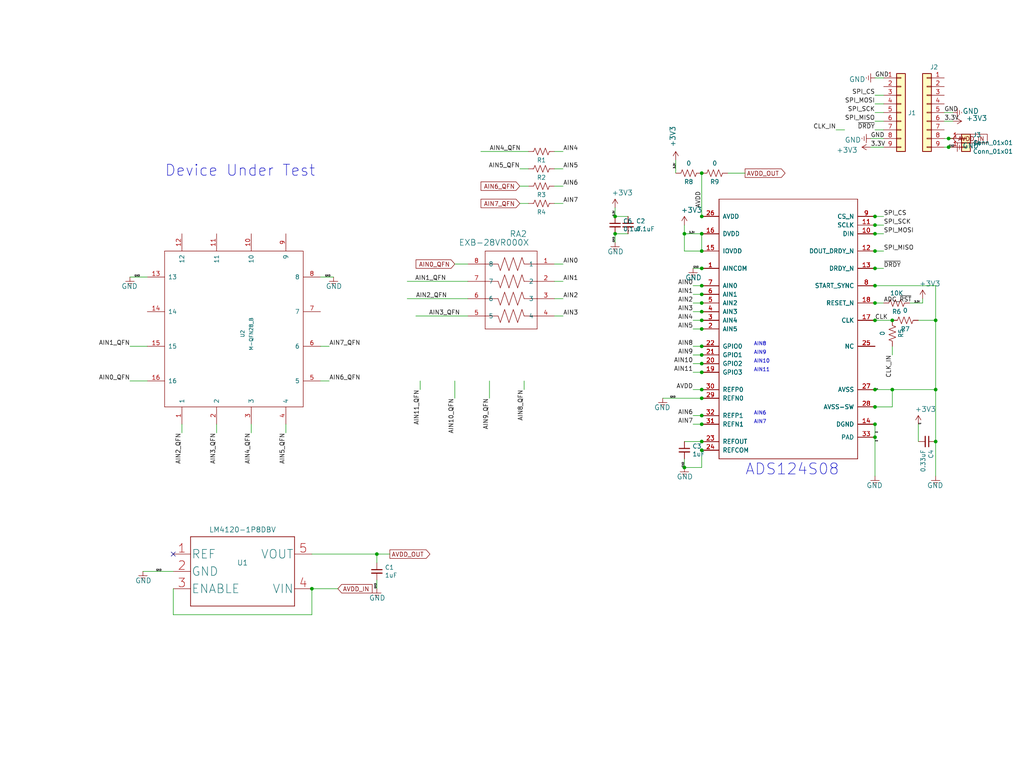
<source format=kicad_sch>
(kicad_sch (version 20230121) (generator eeschema)
  (paper "User" 300.253 224.688)
  (lib_symbols
    (symbol "Connector_Generic:Conn_01x01" (pin_names (offset 1.016) hide)
      (property "Reference" "J" (at 0 2.54 0))
      (property "Value" "Conn_01x01" (at 0 -2.54 0))
      (symbol "Conn_01x01_1_1"
        (rectangle (start -1.27 0.127) (end 0 -0.127) (stroke (width 0.1524)))
        (rectangle (start -1.27 1.27) (end 1.27 -1.27) (stroke (width 0.254)) (fill (type background)))
        (pin passive line (at -5.08 0 0) (length 3.81) (name "Pin_1") (number "1"))
      )
    )
    (symbol "Connector_Generic:Conn_01x09" (pin_names (offset 1.016) hide)
      (property "Reference" "J" (at 0 12.7 0))
      (property "Value" "Conn_01x09" (at 0 -12.7 0))
      (symbol "Conn_01x09_1_1"
        (rectangle (start -1.27 -10.033) (end 0 -10.287) (stroke (width 0.1524)))
        (rectangle (start -1.27 -7.493) (end 0 -7.747) (stroke (width 0.1524)))
        (rectangle (start -1.27 -4.953) (end 0 -5.207) (stroke (width 0.1524)))
        (rectangle (start -1.27 -2.413) (end 0 -2.667) (stroke (width 0.1524)))
        (rectangle (start -1.27 0.127) (end 0 -0.127) (stroke (width 0.1524)))
        (rectangle (start -1.27 2.667) (end 0 2.413) (stroke (width 0.1524)))
        (rectangle (start -1.27 5.207) (end 0 4.953) (stroke (width 0.1524)))
        (rectangle (start -1.27 7.747) (end 0 7.493) (stroke (width 0.1524)))
        (rectangle (start -1.27 10.287) (end 0 10.033) (stroke (width 0.1524)))
        (rectangle (start -1.27 11.43) (end 1.27 -11.43) (stroke (width 0.254)) (fill (type background)))
        (pin passive line (at -5.08 10.16 0) (length 3.81) (name "Pin_1") (number "1"))
        (pin passive line (at -5.08 7.62 0) (length 3.81) (name "Pin_2") (number "2"))
        (pin passive line (at -5.08 5.08 0) (length 3.81) (name "Pin_3") (number "3"))
        (pin passive line (at -5.08 2.54 0) (length 3.81) (name "Pin_4") (number "4"))
        (pin passive line (at -5.08 0 0) (length 3.81) (name "Pin_5") (number "5"))
        (pin passive line (at -5.08 -2.54 0) (length 3.81) (name "Pin_6") (number "6"))
        (pin passive line (at -5.08 -5.08 0) (length 3.81) (name "Pin_7") (number "7"))
        (pin passive line (at -5.08 -7.62 0) (length 3.81) (name "Pin_8") (number "8"))
        (pin passive line (at -5.08 -10.16 0) (length 3.81) (name "Pin_9") (number "9"))
      )
    )
    (symbol "Device:C_Small" (pin_numbers hide) (pin_names (offset 0.254) hide)
      (property "Reference" "C" (at 0.254 1.778 0))
      (property "Value" "C_Small" (at 0.254 -2.032 0))
      (symbol "C_Small_0_1"
        (polyline (pts (xy -1.524 -0.508) (xy 1.524 -0.508)) (stroke (width 0.3302)))
        (polyline (pts (xy -1.524 0.508) (xy 1.524 0.508)) (stroke (width 0.3048)))
      )
      (symbol "C_Small_1_1"
        (pin passive line (at 0 2.54 270) (length 2.032) (name "~") (number "1"))
        (pin passive line (at 0 -2.54 90) (length 2.032) (name "~") (number "2"))
      )
    )
    (symbol "Device:R_US" (pin_numbers hide) (pin_names (offset 0))
      (property "Reference" "R" (at 2.54 0 90))
      (property "Value" "R_US" (at -2.54 0 90))
      (symbol "R_US_0_1"
        (polyline (pts (xy 0 -2.286) (xy 0 -2.54)))
        (polyline (pts (xy 0 2.286) (xy 0 2.54)))
        (polyline (pts (xy 0 -0.762) (xy 1.016 -1.143) (xy 0 -1.524) (xy -1.016 -1.905) (xy 0 -2.286)))
        (polyline (pts (xy 0 0.762) (xy 1.016 0.381) (xy 0 0) (xy -1.016 -0.381) (xy 0 -0.762)))
        (polyline (pts (xy 0 2.286) (xy 1.016 1.905) (xy 0 1.524) (xy -1.016 1.143) (xy 0 0.762)))
      )
      (symbol "R_US_1_1"
        (pin passive line (at 0 3.81 270) (length 1.27) (name "~") (number "1"))
        (pin passive line (at 0 -3.81 90) (length 1.27) (name "~") (number "2"))
      )
    )
    (symbol "XTB-rescue:ADS124S06IRHBR-symbols" (pin_names (offset 1.016))
      (symbol "ADS124S06IRHBR-symbols_1_0"
        (polyline (pts (xy -20.32 -38.1) (xy 20.32 -38.1)))
        (polyline (pts (xy -20.32 38.1) (xy -20.32 -38.1)))
        (polyline (pts (xy 20.32 -38.1) (xy 20.32 38.1)))
        (polyline (pts (xy 20.32 38.1) (xy -20.32 38.1)))
        (pin input line (at -25.4 17.78 0) (length 5.08) (name "AINCOM") (number "1"))
        (pin input line (at 25.4 27.94 180) (length 5.08) (name "DIN") (number "10"))
        (pin input line (at 25.4 30.48 180) (length 5.08) (name "SCLK") (number "11"))
        (pin output line (at 25.4 22.86 180) (length 5.08) (name "DOUT_DRDY_N") (number "12"))
        (pin output line (at 25.4 17.78 180) (length 5.08) (name "DRDY_N") (number "13"))
        (pin power_in line (at 25.4 -27.94 180) (length 5.08) (name "DGND") (number "14"))
        (pin power_in line (at -25.4 22.86 0) (length 5.08) (name "IOVDD") (number "15"))
        (pin power_in line (at -25.4 27.94 0) (length 5.08) (name "DVDD") (number "16"))
        (pin input line (at 25.4 2.54 180) (length 5.08) (name "CLK") (number "17"))
        (pin input line (at 25.4 7.62 180) (length 5.08) (name "RESET_N") (number "18"))
        (pin unspecified line (at -25.4 -12.7 0) (length 5.08) (name "GPIO3") (number "19"))
        (pin input line (at -25.4 0 0) (length 5.08) (name "AIN5") (number "2"))
        (pin unspecified line (at -25.4 -10.16 0) (length 5.08) (name "GPIO2") (number "20"))
        (pin unspecified line (at -25.4 -7.62 0) (length 5.08) (name "GPIO1") (number "21"))
        (pin unspecified line (at -25.4 -5.08 0) (length 5.08) (name "GPIO0") (number "22"))
        (pin output line (at -25.4 -33.02 0) (length 5.08) (name "REFOUT") (number "23"))
        (pin output line (at -25.4 -35.56 0) (length 5.08) (name "REFCOM") (number "24"))
        (pin passive line (at 25.4 -5.08 180) (length 5.08) (name "NC") (number "25"))
        (pin power_in line (at -25.4 33.02 0) (length 5.08) (name "AVDD") (number "26"))
        (pin power_in line (at 25.4 -17.78 180) (length 5.08) (name "AVSS") (number "27"))
        (pin power_in line (at 25.4 -22.86 180) (length 5.08) (name "AVSS-SW") (number "28"))
        (pin input line (at -25.4 -20.32 0) (length 5.08) (name "REFN0") (number "29"))
        (pin input line (at -25.4 2.54 0) (length 5.08) (name "AIN4") (number "3"))
        (pin input line (at -25.4 -17.78 0) (length 5.08) (name "REFP0") (number "30"))
        (pin input line (at -25.4 -27.94 0) (length 5.08) (name "REFN1") (number "31"))
        (pin input line (at -25.4 -25.4 0) (length 5.08) (name "REFP1") (number "32"))
        (pin input line (at -25.4 5.08 0) (length 5.08) (name "AIN3") (number "4"))
        (pin input line (at -25.4 7.62 0) (length 5.08) (name "AIN2") (number "5"))
        (pin input line (at -25.4 10.16 0) (length 5.08) (name "AIN1") (number "6"))
        (pin input line (at -25.4 12.7 0) (length 5.08) (name "AIN0") (number "7"))
        (pin input line (at 25.4 12.7 180) (length 5.08) (name "START_SYNC") (number "8"))
        (pin input line (at 25.4 33.02 180) (length 5.08) (name "CS_N") (number "9"))
      )
      (symbol "ADS124S06IRHBR-symbols_1_1"
        (pin power_in line (at 25.4 -31.75 180) (length 5.1054) (name "PAD") (number "33"))
      )
    )
    (symbol "XTB-rescue:ADS124S06IRHBR_nopad-symbols" (pin_names (offset 1.016))
      (symbol "ADS124S06IRHBR_nopad-symbols_1_0"
        (polyline (pts (xy -20.32 -38.1) (xy 20.32 -38.1)))
        (polyline (pts (xy -20.32 38.1) (xy -20.32 -38.1)))
        (polyline (pts (xy 20.32 -38.1) (xy 20.32 38.1)))
        (polyline (pts (xy 20.32 38.1) (xy -20.32 38.1)))
        (pin input line (at -25.4 17.78 0) (length 5.08) (name "AINCOM") (number "1"))
        (pin input line (at 25.4 27.94 180) (length 5.08) (name "DIN") (number "10"))
        (pin input line (at 25.4 30.48 180) (length 5.08) (name "SCLK") (number "11"))
        (pin output line (at 25.4 22.86 180) (length 5.08) (name "DOUT_DRDY_N") (number "12"))
        (pin output line (at 25.4 17.78 180) (length 5.08) (name "DRDY_N") (number "13"))
        (pin power_in line (at 25.4 -27.94 180) (length 5.08) (name "DGND") (number "14"))
        (pin power_in line (at -25.4 22.86 0) (length 5.08) (name "IOVDD") (number "15"))
        (pin power_in line (at -25.4 27.94 0) (length 5.08) (name "DVDD") (number "16"))
        (pin input line (at 25.4 2.54 180) (length 5.08) (name "CLK") (number "17"))
        (pin input line (at 25.4 7.62 180) (length 5.08) (name "RESET_N") (number "18"))
        (pin unspecified line (at -25.4 -12.7 0) (length 5.08) (name "GPIO3") (number "19"))
        (pin input line (at -25.4 0 0) (length 5.08) (name "AIN5") (number "2"))
        (pin unspecified line (at -25.4 -10.16 0) (length 5.08) (name "GPIO2") (number "20"))
        (pin unspecified line (at -25.4 -7.62 0) (length 5.08) (name "GPIO1") (number "21"))
        (pin unspecified line (at -25.4 -5.08 0) (length 5.08) (name "GPIO0") (number "22"))
        (pin output line (at -25.4 -33.02 0) (length 5.08) (name "REFOUT") (number "23"))
        (pin output line (at -25.4 -35.56 0) (length 5.08) (name "REFCOM") (number "24"))
        (pin passive line (at 25.4 -5.08 180) (length 5.08) (name "NC") (number "25"))
        (pin power_in line (at -25.4 33.02 0) (length 5.08) (name "AVDD") (number "26"))
        (pin power_in line (at 25.4 -17.78 180) (length 5.08) (name "AVSS") (number "27"))
        (pin power_in line (at 25.4 -22.86 180) (length 5.08) (name "AVSS-SW") (number "28"))
        (pin input line (at -25.4 -20.32 0) (length 5.08) (name "REFN0") (number "29"))
        (pin input line (at -25.4 2.54 0) (length 5.08) (name "AIN4") (number "3"))
        (pin input line (at -25.4 -17.78 0) (length 5.08) (name "REFP0") (number "30"))
        (pin input line (at -25.4 -27.94 0) (length 5.08) (name "REFN1") (number "31"))
        (pin input line (at -25.4 -25.4 0) (length 5.08) (name "REFP1") (number "32"))
        (pin input line (at -25.4 5.08 0) (length 5.08) (name "AIN3") (number "4"))
        (pin input line (at -25.4 7.62 0) (length 5.08) (name "AIN2") (number "5"))
        (pin input line (at -25.4 10.16 0) (length 5.08) (name "AIN1") (number "6"))
        (pin input line (at -25.4 12.7 0) (length 5.08) (name "AIN0") (number "7"))
        (pin input line (at 25.4 12.7 180) (length 5.08) (name "START_SYNC") (number "8"))
        (pin input line (at 25.4 33.02 180) (length 5.08) (name "CS_N") (number "9"))
      )
    )
    (symbol "XTB-rescue:EXB-28VR000X-symbols" (pin_names (offset 1.016))
      (property "Reference" "RA" (at -4.7244 10.3886 0))
      (property "Value" "symbols_EXB-28VR000X" (at -5.3594 7.8486 0))
      (symbol "EXB-28VR000X-symbols_1_0"
        (polyline (pts (xy -7.62 -16.51) (xy 7.62 -16.51)))
        (polyline (pts (xy -7.62 -12.7) (xy -7.62 -16.51)))
        (polyline (pts (xy -7.62 -7.62) (xy -7.62 -12.7)))
        (polyline (pts (xy -7.62 -2.54) (xy -7.62 -7.62)))
        (polyline (pts (xy -7.62 2.54) (xy -7.62 -2.54)))
        (polyline (pts (xy -7.62 6.35) (xy -7.62 2.54)))
        (polyline (pts (xy -3.81 -12.7) (xy -7.62 -12.7)))
        (polyline (pts (xy -3.81 -12.7) (xy -3.175 -10.795)))
        (polyline (pts (xy -3.81 -7.62) (xy -7.62 -7.62)))
        (polyline (pts (xy -3.81 -7.62) (xy -3.175 -5.715)))
        (polyline (pts (xy -3.81 -2.54) (xy -7.62 -2.54)))
        (polyline (pts (xy -3.81 -2.54) (xy -3.175 -0.635)))
        (polyline (pts (xy -3.81 2.54) (xy -7.62 2.54)))
        (polyline (pts (xy -3.81 2.54) (xy -3.175 4.445)))
        (polyline (pts (xy -3.175 -10.795) (xy -1.905 -14.605)))
        (polyline (pts (xy -3.175 -5.715) (xy -1.905 -9.525)))
        (polyline (pts (xy -3.175 -0.635) (xy -1.905 -4.445)))
        (polyline (pts (xy -3.175 4.445) (xy -1.905 0.635)))
        (polyline (pts (xy -1.905 -14.605) (xy -0.635 -10.795)))
        (polyline (pts (xy -1.905 -9.525) (xy -0.635 -5.715)))
        (polyline (pts (xy -1.905 -4.445) (xy -0.635 -0.635)))
        (polyline (pts (xy -1.905 0.635) (xy -0.635 4.445)))
        (polyline (pts (xy -0.635 -10.795) (xy 0.635 -14.605)))
        (polyline (pts (xy -0.635 -5.715) (xy 0.635 -9.525)))
        (polyline (pts (xy -0.635 -0.635) (xy 0.635 -4.445)))
        (polyline (pts (xy -0.635 4.445) (xy 0.635 0.635)))
        (polyline (pts (xy 0.635 -14.605) (xy 1.905 -10.795)))
        (polyline (pts (xy 0.635 -9.525) (xy 1.905 -5.715)))
        (polyline (pts (xy 0.635 -4.445) (xy 1.905 -0.635)))
        (polyline (pts (xy 0.635 0.635) (xy 1.905 4.445)))
        (polyline (pts (xy 1.905 -10.795) (xy 3.175 -14.605)))
        (polyline (pts (xy 1.905 -5.715) (xy 3.175 -9.525)))
        (polyline (pts (xy 1.905 -0.635) (xy 3.175 -4.445)))
        (polyline (pts (xy 1.905 4.445) (xy 3.175 0.635)))
        (polyline (pts (xy 3.175 -14.605) (xy 3.81 -12.7)))
        (polyline (pts (xy 3.175 -9.525) (xy 3.81 -7.62)))
        (polyline (pts (xy 3.175 -4.445) (xy 3.81 -2.54)))
        (polyline (pts (xy 3.175 0.635) (xy 3.81 2.54)))
        (polyline (pts (xy 3.81 -12.7) (xy 7.62 -12.7)))
        (polyline (pts (xy 3.81 -7.62) (xy 7.62 -7.62)))
        (polyline (pts (xy 3.81 -2.54) (xy 7.62 -2.54)))
        (polyline (pts (xy 3.81 2.54) (xy 7.62 2.54)))
        (polyline (pts (xy 7.62 -16.51) (xy 7.62 -12.7)))
        (polyline (pts (xy 7.62 -12.7) (xy 7.62 -7.62)))
        (polyline (pts (xy 7.62 -7.62) (xy 7.62 -2.54)))
        (polyline (pts (xy 7.62 -2.54) (xy 7.62 2.54)))
        (polyline (pts (xy 7.62 2.54) (xy 7.62 6.35)))
        (polyline (pts (xy 7.62 6.35) (xy -7.62 6.35)))
        (pin passive line (at -12.7 2.54 0) (length 5.08) (name "1") (number "1"))
        (pin passive line (at -12.7 -2.54 0) (length 5.08) (name "2") (number "2"))
        (pin passive line (at -12.7 -7.62 0) (length 5.08) (name "3") (number "3"))
        (pin passive line (at -12.7 -12.7 0) (length 5.08) (name "4") (number "4"))
        (pin passive line (at 12.7 -12.7 180) (length 5.08) (name "5") (number "5"))
        (pin passive line (at 12.7 -7.62 180) (length 5.08) (name "6") (number "6"))
        (pin passive line (at 12.7 -2.54 180) (length 5.08) (name "7") (number "7"))
        (pin passive line (at 12.7 2.54 180) (length 5.08) (name "8") (number "8"))
      )
    )
    (symbol "XTB-rescue:GND-symbols" (power) (pin_numbers hide) (pin_names (offset 0))
      (property "Value" "GND-symbols" (at 0 -5.08 0))
      (symbol "GND-symbols_0_1"
        (polyline (pts (xy -0.635 -1.905) (xy 0.635 -1.905)))
        (polyline (pts (xy -0.127 -2.54) (xy 0.127 -2.54)))
        (polyline (pts (xy 0 -1.27) (xy 0 0)))
        (polyline (pts (xy 1.27 -1.27) (xy -1.27 -1.27)))
      )
      (symbol "GND-symbols_1_1"
        (pin power_in line (at 0 0 270) (length 0) hide (name "GND") (number "1"))
      )
    )
    (symbol "XTB-rescue:LM4120-1P8DBV-LM4120-XTB-rescue-XTB-rescue" (pin_names (offset 0.254))
      (property "Reference" "U" (at 0 2.54 0))
      (property "Value" "XTB-rescue_LM4120-1P8DBV-LM4120-XTB-rescue" (at 0 0 0))
      (symbol "LM4120-1P8DBV-LM4120-XTB-rescue-XTB-rescue_0_0"
        (polyline (pts (xy -15.24 -10.16) (xy 15.24 -10.16)) (stroke (width 0.2032)))
        (polyline (pts (xy -15.24 10.16) (xy -15.24 -10.16)) (stroke (width 0.2032)))
        (polyline (pts (xy 15.24 -10.16) (xy 15.24 10.16)) (stroke (width 0.2032)))
        (polyline (pts (xy 15.24 10.16) (xy -15.24 10.16)) (stroke (width 0.2032)))
      )
      (symbol "LM4120-1P8DBV-LM4120-XTB-rescue-XTB-rescue_1_0"
        (pin unspecified line (at -20.32 5.08 0) (length 5.08) (name "REF") (number "1"))
        (pin unspecified line (at -20.32 0 0) (length 5.08) (name "GND") (number "2"))
        (pin unspecified line (at -20.32 -5.08 0) (length 5.08) (name "ENABLE") (number "3"))
        (pin unspecified line (at 20.32 -5.08 180) (length 5.08) (name "VIN") (number "4"))
        (pin unspecified line (at 20.32 5.08 180) (length 5.08) (name "VOUT") (number "5"))
      )
    )
    (symbol "XTB-rescue:M-QFN28_C-symbols" (pin_names (offset 1.016))
      (property "Reference" "U" (at -7.62 5.08 0))
      (property "Value" "symbols_M-QFN28_C" (at -7.62 -12.7 0))
      (symbol "M-QFN28_C-symbols_1_0"
        (polyline (pts (xy -25.4 -22.86) (xy 20.32 -22.86)))
        (polyline (pts (xy -25.4 17.78) (xy -25.4 -22.86)))
        (polyline (pts (xy 20.32 -22.86) (xy 20.32 17.78)))
        (polyline (pts (xy 20.32 17.78) (xy -25.4 17.78)))
        (pin unspecified line (at -30.48 12.7 0) (length 5.08) (name "1") (number "1"))
        (pin unspecified line (at 25.4 -7.62 180) (length 5.08) (name "10") (number "10"))
        (pin unspecified line (at 25.4 2.54 180) (length 5.08) (name "11") (number "11"))
        (pin unspecified line (at 25.4 12.7 180) (length 5.08) (name "12") (number "12"))
        (pin unspecified line (at 12.7 22.86 270) (length 5.08) (name "13") (number "13"))
        (pin unspecified line (at 2.54 22.86 270) (length 5.08) (name "14") (number "14"))
        (pin unspecified line (at -7.62 22.86 270) (length 5.08) (name "15") (number "15"))
        (pin unspecified line (at -17.78 22.86 270) (length 5.08) (name "16") (number "16"))
        (pin unspecified line (at -30.48 2.54 0) (length 5.08) (name "2") (number "2"))
        (pin unspecified line (at -30.48 -7.62 0) (length 5.08) (name "3") (number "3"))
        (pin unspecified line (at -30.48 -17.78 0) (length 5.08) (name "4") (number "4"))
        (pin unspecified line (at -17.78 -27.94 90) (length 5.08) (name "5") (number "5"))
        (pin unspecified line (at -7.62 -27.94 90) (length 5.08) (name "6") (number "6"))
        (pin unspecified line (at 2.54 -27.94 90) (length 5.08) (name "7") (number "7"))
        (pin unspecified line (at 12.7 -27.94 90) (length 5.08) (name "8") (number "8"))
        (pin unspecified line (at 25.4 -17.78 180) (length 5.08) (name "9") (number "9"))
      )
    )
    (symbol "power:+3V3" (power) (pin_names (offset 0))
      (property "Value" "+3V3" (at 0 3.556 0))
      (symbol "+3V3_0_1"
        (polyline (pts (xy -0.762 1.27) (xy 0 2.54)))
        (polyline (pts (xy 0 0) (xy 0 2.54)))
        (polyline (pts (xy 0 2.54) (xy 0.762 1.27)))
      )
      (symbol "+3V3_1_1"
        (pin power_in line (at 0 0 90) (length 0) hide (name "+3V3") (number "1"))
      )
    )
  )
  (junction (at 205.74 91.44))
  (junction (at 205.74 129.54))
  (junction (at 278.13 40.64))
  (junction (at 205.74 93.98))
  (junction (at 205.74 104.14))
  (junction (at 205.74 101.6))
  (junction (at 256.54 124.46))
  (junction (at 205.74 116.84))
  (junction (at 205.74 73.66))
  (junction (at 205.74 106.68))
  (junction (at 274.32 129.54))
  (junction (at 256.54 88.9))
  (junction (at 205.74 78.74))
  (junction (at 256.54 128.27))
  (junction (at 256.54 73.66))
  (junction (at 256.54 114.3))
  (junction (at 256.54 78.74))
  (junction (at 274.32 114.3))
  (junction (at 205.74 68.58))
  (junction (at 256.54 66.04))
  (junction (at 278.13 43.18))
  (junction (at 91.44 172.72))
  (junction (at 256.54 63.5))
  (junction (at 180.34 63.5))
  (junction (at 205.74 132.08))
  (junction (at 205.74 124.46))
  (junction (at 205.74 109.22))
  (junction (at 205.74 50.8))
  (junction (at 205.74 88.9))
  (junction (at 261.62 114.3))
  (junction (at 200.66 68.58))
  (junction (at 256.54 93.98))
  (junction (at 180.34 68.58))
  (junction (at 205.74 96.52))
  (junction (at 274.32 93.98))
  (junction (at 256.54 68.58))
  (junction (at 110.49 162.56))
  (junction (at 256.54 83.82))
  (junction (at 261.62 93.98))
  (junction (at 205.74 86.36))
  (junction (at 200.66 137.16))
  (junction (at 205.74 114.3))
  (junction (at 256.54 119.38))
  (junction (at 205.74 83.82))
  (junction (at 205.74 63.5))
  (junction (at 205.74 121.92))
  (no_connect (at 50.8 162.56))
  (wire (pts (xy 154.94 54.61) (xy 152.4 54.61)))
  (wire (pts (xy 93.98 111.76) (xy 96.52 111.76)))
  (wire (pts (xy 205.74 73.66) (xy 200.66 73.66)))
  (wire (pts (xy 266.7 88.9) (xy 270.51 88.9)))
  (wire (pts (xy 256.54 114.3) (xy 261.62 114.3)))
  (wire (pts (xy 259.08 33.02) (xy 256.54 33.02)))
  (wire (pts (xy 205.74 132.08) (xy 205.74 137.16)))
  (wire (pts (xy 162.56 87.63) (xy 165.1 87.63)))
  (wire (pts (xy 198.12 46.99) (xy 198.12 50.8)))
  (wire (pts (xy 194.31 116.84) (xy 205.74 116.84)))
  (wire (pts (xy 278.13 43.18) (xy 276.86 43.18)))
  (wire (pts (xy 205.74 124.46) (xy 203.2 124.46)))
  (wire (pts (xy 256.54 63.5) (xy 259.08 63.5)))
  (wire (pts (xy 43.18 101.6) (xy 38.1 101.6)))
  (wire (pts (xy 274.32 129.54) (xy 274.32 139.7)))
  (wire (pts (xy 256.54 83.82) (xy 274.32 83.82)))
  (wire (pts (xy 213.36 50.8) (xy 218.44 50.8)))
  (wire (pts (xy 259.08 43.18) (xy 255.27 43.18)))
  (wire (pts (xy 256.54 78.74) (xy 259.08 78.74)))
  (wire (pts (xy 259.08 38.1) (xy 256.54 38.1)))
  (wire (pts (xy 261.62 114.3) (xy 261.62 119.38)))
  (wire (pts (xy 162.56 49.53) (xy 165.1 49.53)))
  (wire (pts (xy 165.1 44.45) (xy 162.56 44.45)))
  (wire (pts (xy 41.91 167.64) (xy 50.8 167.64)))
  (wire (pts (xy 279.4 35.56) (xy 276.86 35.56)))
  (wire (pts (xy 205.74 50.8) (xy 205.74 63.5)))
  (wire (pts (xy 119.38 87.63) (xy 137.16 87.63)))
  (wire (pts (xy 270.51 88.9) (xy 270.51 87.63)))
  (wire (pts (xy 180.34 68.58) (xy 180.34 71.12)))
  (wire (pts (xy 154.94 59.69) (xy 152.4 59.69)))
  (wire (pts (xy 205.74 91.44) (xy 203.2 91.44)))
  (wire (pts (xy 153.67 111.76) (xy 153.67 114.3)))
  (wire (pts (xy 162.56 59.69) (xy 165.1 59.69)))
  (wire (pts (xy 162.56 92.71) (xy 165.1 92.71)))
  (wire (pts (xy 247.65 38.1) (xy 245.11 38.1)))
  (wire (pts (xy 274.32 83.82) (xy 274.32 93.98)))
  (wire (pts (xy 200.66 134.62) (xy 200.66 137.16)))
  (wire (pts (xy 143.51 111.76) (xy 143.51 116.84)))
  (wire (pts (xy 205.74 96.52) (xy 203.2 96.52)))
  (wire (pts (xy 203.2 78.74) (xy 205.74 78.74)))
  (wire (pts (xy 261.62 114.3) (xy 274.32 114.3)))
  (wire (pts (xy 259.08 35.56) (xy 256.54 35.56)))
  (wire (pts (xy 200.66 68.58) (xy 200.66 66.04)))
  (wire (pts (xy 205.74 106.68) (xy 203.2 106.68)))
  (wire (pts (xy 83.82 124.46) (xy 83.82 127)))
  (wire (pts (xy 269.24 93.98) (xy 274.32 93.98)))
  (wire (pts (xy 256.54 119.38) (xy 261.62 119.38)))
  (wire (pts (xy 184.15 68.58) (xy 180.34 68.58)))
  (wire (pts (xy 203.2 93.98) (xy 205.74 93.98)))
  (wire (pts (xy 205.74 88.9) (xy 203.2 88.9)))
  (wire (pts (xy 278.13 40.64) (xy 279.4 40.64)))
  (wire (pts (xy 73.66 124.46) (xy 73.66 127)))
  (wire (pts (xy 93.98 101.6) (xy 96.52 101.6)))
  (wire (pts (xy 97.79 81.28) (xy 93.98 81.28)))
  (wire (pts (xy 162.56 77.47) (xy 165.1 77.47)))
  (wire (pts (xy 259.08 40.64) (xy 255.27 40.64)))
  (wire (pts (xy 256.54 66.04) (xy 259.08 66.04)))
  (wire (pts (xy 91.44 162.56) (xy 110.49 162.56)))
  (wire (pts (xy 63.5 124.46) (xy 63.5 127)))
  (wire (pts (xy 50.8 180.34) (xy 91.44 180.34)))
  (wire (pts (xy 123.19 111.76) (xy 123.19 114.3)))
  (wire (pts (xy 279.4 43.18) (xy 278.13 43.18)))
  (wire (pts (xy 205.74 68.58) (xy 200.66 68.58)))
  (wire (pts (xy 203.2 104.14) (xy 205.74 104.14)))
  (wire (pts (xy 140.97 44.45) (xy 154.94 44.45)))
  (wire (pts (xy 259.08 30.48) (xy 256.54 30.48)))
  (wire (pts (xy 269.24 124.46) (xy 269.24 129.54)))
  (wire (pts (xy 256.54 93.98) (xy 261.62 93.98)))
  (wire (pts (xy 205.74 73.66) (xy 205.74 68.58)))
  (wire (pts (xy 274.32 93.98) (xy 274.32 114.3)))
  (wire (pts (xy 276.86 40.64) (xy 278.13 40.64)))
  (wire (pts (xy 205.74 109.22) (xy 203.2 109.22)))
  (wire (pts (xy 110.49 162.56) (xy 114.3 162.56)))
  (wire (pts (xy 162.56 54.61) (xy 165.1 54.61)))
  (wire (pts (xy 205.74 137.16) (xy 200.66 137.16)))
  (wire (pts (xy 43.18 111.76) (xy 38.1 111.76)))
  (wire (pts (xy 256.54 22.86) (xy 259.08 22.86)))
  (wire (pts (xy 180.34 63.5) (xy 180.34 60.96)))
  (wire (pts (xy 110.49 170.18) (xy 110.49 172.72)))
  (wire (pts (xy 274.32 114.3) (xy 274.32 129.54)))
  (wire (pts (xy 256.54 73.66) (xy 259.08 73.66)))
  (wire (pts (xy 205.74 129.54) (xy 200.66 129.54)))
  (wire (pts (xy 91.44 172.72) (xy 99.06 172.72)))
  (wire (pts (xy 154.94 49.53) (xy 152.4 49.53)))
  (wire (pts (xy 110.49 165.1) (xy 110.49 162.56)))
  (wire (pts (xy 162.56 82.55) (xy 165.1 82.55)))
  (wire (pts (xy 184.15 63.5) (xy 180.34 63.5)))
  (wire (pts (xy 53.34 124.46) (xy 53.34 127)))
  (wire (pts (xy 91.44 180.34) (xy 91.44 172.72)))
  (wire (pts (xy 133.35 111.76) (xy 133.35 116.84)))
  (wire (pts (xy 137.16 77.47) (xy 133.35 77.47)))
  (wire (pts (xy 259.08 27.94) (xy 256.54 27.94)))
  (wire (pts (xy 38.1 81.28) (xy 43.18 81.28)))
  (wire (pts (xy 137.16 82.55) (xy 119.38 82.55)))
  (wire (pts (xy 279.4 33.02) (xy 276.86 33.02)))
  (wire (pts (xy 256.54 88.9) (xy 259.08 88.9)))
  (wire (pts (xy 256.54 128.27) (xy 256.54 139.7)))
  (wire (pts (xy 205.74 114.3) (xy 203.2 114.3)))
  (wire (pts (xy 256.54 124.46) (xy 256.54 128.27)))
  (wire (pts (xy 121.92 92.71) (xy 137.16 92.71)))
  (wire (pts (xy 205.74 83.82) (xy 203.2 83.82)))
  (wire (pts (xy 205.74 86.36) (xy 203.2 86.36)))
  (wire (pts (xy 256.54 68.58) (xy 259.08 68.58)))
  (wire (pts (xy 200.66 73.66) (xy 200.66 68.58)))
  (wire (pts (xy 203.2 101.6) (xy 205.74 101.6)))
  (wire (pts (xy 261.62 101.6) (xy 261.62 104.14)))
  (wire (pts (xy 50.8 172.72) (xy 50.8 180.34)))
  (wire (pts (xy 205.74 121.92) (xy 203.2 121.92)))
  (text "Device Under Test" (at 48.26 52.07 0) (effects (font (size 3.2258 3.2258)) (justify left bottom)))
  (text "AIN6" (at 220.98 121.92 0) (effects (font (size 1.0668 1.0668)) (justify left bottom)))
  (text "AIN8" (at 220.98 101.6 0) (effects (font (size 1.0668 1.0668)) (justify left bottom)))
  (text "AIN11" (at 220.98 109.22 0) (effects (font (size 1.0668 1.0668)) (justify left bottom)))
  (text "AIN9" (at 220.98 104.14 0) (effects (font (size 1.0668 1.0668)) (justify left bottom)))
  (text "AIN7" (at 220.98 124.46 0) (effects (font (size 1.0668 1.0668)) (justify left bottom)))
  (text "ADS124S08" (at 218.44 139.7 0) (effects (font (size 3.2258 3.2258)) (justify left bottom)))
  (text "AIN10" (at 220.98 106.68 0) (effects (font (size 1.0668 1.0668)) (justify left bottom)))
  (label "SPI_MISO" (at 259.08 73.66 0))
  (label "GND" (at 276.86 33.02 0))
  (label "AIN4_QFN" (at 143.51 44.45 0))
  (label "AIN2" (at 203.2 88.9 180))
  (label "GND" (at 256.54 114.3 0) (effects (font (size 0.254 0.254))))
  (label "3.3V" (at 276.86 35.56 0))
  (label "GND" (at 255.27 40.64 0))
  (label "AIN1_QFN" (at 130.81 82.55 180))
  (label "AIN7" (at 203.2 124.46 180))
  (label "~{DRDY}" (at 256.54 38.1 180))
  (label "AIN6" (at 165.1 54.61 0))
  (label "AIN9" (at 203.2 104.14 180))
  (label "AIN5" (at 203.2 96.52 180))
  (label "AIN1" (at 165.1 82.55 0))
  (label "3.3V" (at 267.97 88.9 0) (effects (font (size 0.508 0.508))))
  (label "SPI_MOSI" (at 259.08 68.58 0))
  (label "3.3V" (at 180.34 63.5 90) (effects (font (size 0.508 0.508))))
  (label "SPI_SCK" (at 259.08 66.04 0))
  (label "AIN4_QFN" (at 73.66 127 270))
  (label "AIN2_QFN" (at 121.92 87.63 0))
  (label "CLK" (at 256.54 93.98 0))
  (label "3.3V" (at 255.27 43.18 0))
  (label "SPI_CS" (at 259.08 63.5 0))
  (label "SPI_SCK" (at 256.54 33.02 180))
  (label "3.3V" (at 198.12 49.53 90) (effects (font (size 0.508 0.508))))
  (label "CLK_IN" (at 245.11 38.1 180))
  (label "AIN7_QFN" (at 96.52 101.6 0))
  (label "AIN4" (at 165.1 44.45 0))
  (label "3.3V" (at 201.93 68.58 0) (effects (font (size 0.508 0.508))))
  (label "AIN9_QFN" (at 143.51 116.84 270))
  (label "AIN7" (at 165.1 59.69 0))
  (label "AVDD" (at 205.74 60.96 90))
  (label "3.3V" (at 269.24 124.46 0) (effects (font (size 0.254 0.254))))
  (label "AIN2_QFN" (at 53.34 127 270))
  (label "AIN0" (at 165.1 77.47 0))
  (label "GND" (at 203.2 78.74 0) (effects (font (size 0.508 0.508))))
  (label "AVDD" (at 203.2 114.3 180))
  (label "GND" (at 39.37 81.28 0) (effects (font (size 0.508 0.508))))
  (label "AIN5_QFN" (at 83.82 127 270))
  (label "AIN1_QFN" (at 38.1 101.6 180))
  (label "~{DRDY}" (at 259.08 78.74 0))
  (label "AIN11" (at 203.2 109.22 180))
  (label "GND" (at 278.13 43.18 0) (effects (font (size 0.508 0.508))))
  (label "AIN6" (at 203.2 121.92 180))
  (label "ADC_~{RST}" (at 259.08 88.9 0))
  (label "AIN6_QFN" (at 96.52 111.76 0))
  (label "AIN8_QFN" (at 153.67 114.3 270))
  (label "GND" (at 256.54 22.86 0))
  (label "AIN5" (at 165.1 49.53 0))
  (label "GND" (at 45.72 167.64 0) (effects (font (size 0.508 0.508))))
  (label "SPI_CS" (at 256.54 27.94 180))
  (label "AIN11_QFN" (at 123.19 114.3 270))
  (label "AIN3_QFN" (at 125.73 92.71 0))
  (label "GND" (at 256.54 129.54 0) (effects (font (size 0.254 0.254))))
  (label "GND" (at 180.34 71.12 90) (effects (font (size 0.508 0.508))))
  (label "AIN5_QFN" (at 152.4 49.53 180))
  (label "AIN3" (at 165.1 92.71 0))
  (label "GND" (at 198.12 116.84 180) (effects (font (size 0.508 0.508))))
  (label "SPI_MISO" (at 256.54 35.56 180))
  (label "CLK_IN" (at 261.62 104.14 270))
  (label "AIN0_QFN" (at 38.1 111.76 180))
  (label "GND" (at 110.49 172.72 90) (effects (font (size 0.508 0.508))))
  (label "AIN10_QFN" (at 133.35 116.84 270))
  (label "AIN4" (at 203.2 93.98 180))
  (label "GND" (at 200.66 137.16 90) (effects (font (size 0.508 0.508))))
  (label "AIN8" (at 203.2 101.6 180))
  (label "AIN0" (at 203.2 83.82 180))
  (label "AIN10" (at 203.2 106.68 180))
  (label "AIN3" (at 203.2 91.44 180))
  (label "AIN3_QFN" (at 63.5 127 270))
  (label "AIN2" (at 165.1 87.63 0))
  (label "AIN1" (at 203.2 86.36 180))
  (label "GND" (at 95.25 81.28 0) (effects (font (size 0.508 0.508))))
  (label "GND" (at 256.54 127 0) (effects (font (size 0.254 0.254))))
  (label "SPI_MOSI" (at 256.54 30.48 180))
  (global_label "AVDD_OUT" (shape output) (at 218.44 50.8 0) (property "Intersheetrefs" "${INTERSHEET_REFS}" (effects hide)))
  (global_label "AIN0_QFN" (shape input) (at 133.35 77.47 180) (property "Intersheetrefs" "${INTERSHEET_REFS}" (effects hide)))
  (global_label "AVDD_OUT" (shape output) (at 114.3 162.56 0) (property "Intersheetrefs" "${INTERSHEET_REFS}" (effects hide)))
  (global_label "AVDD_IN" (shape input) (at 279.4 40.64 0) (property "Intersheetrefs" "${INTERSHEET_REFS}" (effects hide)))
  (global_label "AVDD_IN" (shape input) (at 99.06 172.72 0) (property "Intersheetrefs" "${INTERSHEET_REFS}" (effects hide)))
  (global_label "AIN6_QFN" (shape input) (at 152.4 54.61 180) (property "Intersheetrefs" "${INTERSHEET_REFS}" (effects hide)))
  (global_label "AIN7_QFN" (shape input) (at 152.4 59.69 180) (property "Intersheetrefs" "${INTERSHEET_REFS}" (effects hide)))
  (symbol (lib_id "power:+3V3") (at 200.66 66.04 0) (unit 1)
    (property "Reference" "#PWR0124" (effects hide))
    (property "Value" "3.3V" (at 199.644 62.484 0) (effects (font (size 1.4986 1.4986)) (justify left bottom)))
  )
  (symbol (lib_id "XTB-rescue:GND-symbols") (at 256.54 139.7 0) (unit 1)
    (property "Reference" "#PWR0126" (effects hide))
    (property "Value" "GND" (at 254 143.256 0) (effects (font (size 1.4986 1.4986)) (justify left bottom)))
  )
  (symbol (lib_id "power:+3V3") (at 270.51 87.63 0) (unit 1)
    (property "Reference" "#PWR0114" (effects hide))
    (property "Value" "3.3V" (at 269.494 84.074 0) (effects (font (size 1.4986 1.4986)) (justify left bottom)))
  )
  (symbol (lib_id "Device:R_US") (at 262.89 88.9 270) (unit 1)
    (property "Reference" "R6" (at 262.89 91.44 90))
    (property "Value" "10K" (at 262.89 86.0044 90))
    (property "Footprint" "Resistor_SMD:R_0402_1005Metric" (effects hide))
  )
  (symbol (lib_id "XTB-rescue:GND-symbols") (at 256.54 22.86 270) (unit 1)
    (property "Reference" "#PWR0111" (effects hide))
    (property "Value" "GND" (at 248.92 24.13 90) (effects (font (size 1.4986 1.4986)) (justify left bottom)))
  )
  (symbol (lib_id "XTB-rescue:LM4120-1P8DBV-LM4120-XTB-rescue-XTB-rescue") (at 71.12 167.64 0) (unit 1)
    (property "Reference" "U1" (at 71.12 165.1 0) (effects (font (size 1.524 1.524))))
    (property "Value" "LM4120-1P8DBV" (at 71.12 155.3972 0) (effects (font (size 1.524 1.524))))
    (property "Footprint" "custom-footprints:LM4120IM5X-1.8&slash_NOPB" (effects hide))
  )
  (symbol (lib_id "XTB-rescue:GND-symbols") (at 41.91 167.64 0) (mirror y) (unit 1)
    (property "Reference" "#PWR0106" (effects hide))
    (property "Value" "GND" (at 44.45 171.196 0) (effects (font (size 1.4986 1.4986)) (justify left bottom)))
  )
  (symbol (lib_id "power:+3V3") (at 198.12 46.99 0) (unit 1)
    (property "Reference" "#PWR0104" (effects hide))
    (property "Value" "3.3V" (at 198.12 43.18 90) (effects (font (size 1.4986 1.4986)) (justify left bottom)))
  )
  (symbol (lib_id "XTB-rescue:GND-symbols") (at 194.31 116.84 0) (unit 1)
    (property "Reference" "#PWR0103" (effects hide))
    (property "Value" "GND" (at 191.77 120.396 0) (effects (font (size 1.4986 1.4986)) (justify left bottom)))
  )
  (symbol (lib_id "Device:R_US") (at 201.93 50.8 270) (unit 1)
    (property "Reference" "R8" (at 201.93 53.34 90))
    (property "Value" "0" (at 201.93 47.9044 90))
    (property "Footprint" "Resistor_SMD:R_0402_1005Metric" (effects hide))
  )
  (symbol (lib_id "Device:R_US") (at 209.55 50.8 270) (unit 1)
    (property "Reference" "R9" (at 209.55 53.34 90))
    (property "Value" "0" (at 209.55 47.9044 90))
    (property "Footprint" "Resistor_SMD:R_0402_1005Metric" (effects hide))
  )
  (symbol (lib_id "Device:R_US") (at 261.62 97.79 0) (unit 1)
    (property "Reference" "R5" (at 264.16 97.79 90))
    (property "Value" "0" (at 258.7244 97.79 90))
    (property "Footprint" "Resistor_SMD:R_0402_1005Metric" (effects hide))
  )
  (symbol (lib_id "XTB-rescue:ADS124S06IRHBR-symbols") (at 231.14 96.52 0) (unit 1)
    (property "Reference" "U5" (effects hide))
    (property "Value" "Value" (effects hide))
    (property "Footprint" "custom-footprints:ADS124208_withpad" (effects hide))
  )
  (symbol (lib_id "power:+3V3") (at 255.27 43.18 90) (unit 1)
    (property "Reference" "#PWR0113" (effects hide))
    (property "Value" "3.3V" (at 251.46 43.18 90) (effects (font (size 1.4986 1.4986)) (justify left bottom)))
  )
  (symbol (lib_id "XTB-rescue:GND-symbols") (at 279.4 33.02 90) (unit 1)
    (property "Reference" "#PWR0109" (effects hide))
    (property "Value" "GND" (at 287.02 31.75 90) (effects (font (size 1.4986 1.4986)) (justify left bottom)))
  )
  (symbol (lib_id "power:+3V3") (at 279.4 35.56 270) (unit 1)
    (property "Reference" "#PWR0108" (effects hide))
    (property "Value" "3.3V" (at 283.21 35.56 90) (effects (font (size 1.4986 1.4986)) (justify left bottom)))
  )
  (symbol (lib_id "XTB-rescue:GND-symbols") (at 279.4 43.18 90) (unit 1)
    (property "Reference" "#PWR0107" (effects hide))
    (property "Value" "GND" (at 287.02 41.91 90) (effects (font (size 1.4986 1.4986)) (justify left bottom)))
  )
  (symbol (lib_id "XTB-rescue:GND-symbols") (at 255.27 40.64 270) (unit 1)
    (property "Reference" "#PWR0101" (effects hide))
    (property "Value" "GND" (at 247.65 41.91 90) (effects (font (size 1.4986 1.4986)) (justify left bottom)))
  )
  (symbol (lib_id "Device:R_US") (at 265.43 93.98 270) (unit 1)
    (property "Reference" "R7" (at 265.43 96.52 90))
    (property "Value" "0" (at 265.43 91.0844 90))
    (property "Footprint" "Resistor_SMD:R_0402_1005Metric" (effects hide))
  )
  (symbol (lib_id "XTB-rescue:GND-symbols") (at 274.32 139.7 0) (unit 1)
    (property "Reference" "#PWR0125" (effects hide))
    (property "Value" "GND" (at 271.78 143.256 0) (effects (font (size 1.4986 1.4986)) (justify left bottom)))
  )
  (symbol (lib_id "XTB-rescue:ADS124S06IRHBR_nopad-symbols") (at 231.14 96.52 0) (unit 1)
    (property "Reference" "U4" (effects hide))
    (property "Value" "Value" (effects hide))
    (property "Footprint" "custom-footprints:ADS124S08_QFP" (effects hide))
  )
  (symbol (lib_id "Device:R_US") (at 158.75 49.53 270) (unit 1)
    (property "Reference" "R2" (at 158.75 52.07 90))
    (property "Value" "47" (effects hide))
    (property "Footprint" "Resistor_SMD:R_0402_1005Metric" (effects hide))
  )
  (symbol (lib_id "Device:R_US") (at 158.75 44.45 270) (unit 1)
    (property "Reference" "R1" (at 158.75 46.99 90))
    (property "Value" "47" (effects hide))
    (property "Footprint" "Resistor_SMD:R_0402_1005Metric" (effects hide))
  )
  (symbol (lib_id "XTB-rescue:EXB-28VR000X-symbols") (at 149.86 80.01 0) (mirror y) (unit 1)
    (property "Reference" "RA2" (at 154.5844 69.6214 0) (effects (font (size 1.7526 1.7526)) (justify left bottom)))
    (property "Value" "EXB-28VR000X" (at 155.2194 72.1614 0) (effects (font (size 1.7526 1.7526)) (justify left bottom)))
    (property "Footprint" "custom-footprints:C_ARRAY_EXB28V" (effects hide))
  )
  (symbol (lib_id "XTB-rescue:GND-symbols") (at 203.2 78.74 0) (mirror y) (unit 1)
    (property "Reference" "#PWR0116" (effects hide))
    (property "Value" "GND" (at 205.74 82.296 0) (effects (font (size 1.4986 1.4986)) (justify left bottom)))
  )
  (symbol (lib_id "XTB-rescue:M-QFN28_C-symbols") (at 66.04 93.98 90) (unit 1)
    (property "Reference" "U2" (at 71.12 99.06 0) (effects (font (size 1.0668 1.0668)) (justify left)))
    (property "Value" "M-QFN28_B" (at 73.66 102.87 0) (effects (font (size 1.0668 1.0668)) (justify left)))
    (property "Footprint" "custom-footprints:HVQFN_C" (effects hide))
  )
  (symbol (lib_id "Device:C_Small") (at 271.78 129.54 270) (unit 1)
    (property "Reference" "C4" (at 272.9484 131.8768 0) (effects (justify left)))
    (property "Value" "0.33uF" (at 270.637 131.8768 0) (effects (justify left)))
    (property "Footprint" "Capacitor_SMD:C_0402_1005Metric" (effects hide))
  )
  (symbol (lib_id "Connector_Generic:Conn_01x09") (at 264.16 33.02 0) (unit 1)
    (property "Reference" "J1" (at 266.192 33.1216 0) (effects (justify left)))
    (property "Value" "Conn_01x09" (effects hide))
    (property "Footprint" "Connector_PinHeader_2.54mm:PinHeader_1x09_P2.54mm_Vertical" (effects hide))
  )
  (symbol (lib_id "Connector_Generic:Conn_01x09") (at 271.78 33.02 0) (mirror y) (unit 1)
    (property "Reference" "J2" (at 273.8628 19.685 0))
    (property "Value" "Conn_01x09" (effects hide))
    (property "Footprint" "Connector_PinHeader_2.54mm:PinHeader_1x09_P2.54mm_Vertical" (effects hide))
  )
  (symbol (lib_id "Device:R_US") (at 158.75 54.61 270) (unit 1)
    (property "Reference" "R3" (at 158.75 57.15 90))
    (property "Value" "47" (effects hide))
    (property "Footprint" "Resistor_SMD:R_0402_1005Metric" (effects hide))
  )
  (symbol (lib_id "Device:R_US") (at 158.75 59.69 270) (unit 1)
    (property "Reference" "R4" (at 158.75 62.23 90))
    (property "Value" "47" (effects hide))
    (property "Footprint" "Resistor_SMD:R_0402_1005Metric" (effects hide))
  )
  (symbol (lib_id "Device:C_Small") (at 180.34 66.04 0) (unit 1)
    (property "Reference" "C6" (at 182.6768 64.8716 0) (effects (justify left)))
    (property "Value" "0.1uF" (at 182.6768 67.183 0) (effects (justify left)))
    (property "Footprint" "Capacitor_SMD:C_0402_1005Metric" (effects hide))
  )
  (symbol (lib_id "XTB-rescue:GND-symbols") (at 180.34 71.12 0) (mirror y) (unit 1)
    (property "Reference" "#PWR0115" (effects hide))
    (property "Value" "GND" (at 182.88 74.676 0) (effects (font (size 1.4986 1.4986)) (justify left bottom)))
  )
  (symbol (lib_id "power:+3V3") (at 180.34 60.96 0) (unit 1)
    (property "Reference" "#PWR0122" (effects hide))
    (property "Value" "3.3V" (at 179.324 57.404 0) (effects (font (size 1.4986 1.4986)) (justify left bottom)))
  )
  (symbol (lib_id "Device:C_Small") (at 184.15 66.04 0) (unit 1)
    (property "Reference" "C2" (at 186.4868 64.8716 0) (effects (justify left)))
    (property "Value" "0.1uF" (at 186.4868 67.183 0) (effects (justify left)))
    (property "Footprint" "Capacitor_SMD:C_0402_1005Metric" (effects hide))
  )
  (symbol (lib_id "Device:C_Small") (at 200.66 132.08 0) (unit 1)
    (property "Reference" "C3" (at 202.9968 130.9116 0) (effects (justify left)))
    (property "Value" "1uF" (at 202.9968 133.223 0) (effects (justify left)))
    (property "Footprint" "Capacitor_SMD:C_0402_1005Metric" (effects hide))
  )
  (symbol (lib_id "XTB-rescue:GND-symbols") (at 200.66 137.16 0) (mirror y) (unit 1)
    (property "Reference" "#PWR0102" (effects hide))
    (property "Value" "GND" (at 203.2 140.716 0) (effects (font (size 1.4986 1.4986)) (justify left bottom)))
  )
  (symbol (lib_id "Device:C_Small") (at 110.49 167.64 0) (unit 1)
    (property "Reference" "C1" (at 112.8268 166.4716 0) (effects (justify left)))
    (property "Value" "1uF" (at 112.8268 168.783 0) (effects (justify left)))
    (property "Footprint" "Capacitor_SMD:C_0402_1005Metric" (effects hide))
  )
  (symbol (lib_id "XTB-rescue:GND-symbols") (at 110.49 172.72 0) (mirror y) (unit 1)
    (property "Reference" "#PWR0105" (effects hide))
    (property "Value" "GND" (at 113.03 176.276 0) (effects (font (size 1.4986 1.4986)) (justify left bottom)))
  )
  (symbol (lib_id "XTB-rescue:GND-symbols") (at 38.1 81.28 0) (unit 1)
    (property "Reference" "#PWR0110" (effects hide))
    (property "Value" "GND" (at 35.56 84.836 0) (effects (font (size 1.4986 1.4986)) (justify left bottom)))
  )
  (symbol (lib_id "XTB-rescue:GND-symbols") (at 97.79 81.28 0) (mirror y) (unit 1)
    (property "Reference" "#PWR0112" (effects hide))
    (property "Value" "GND" (at 100.33 84.836 0) (effects (font (size 1.4986 1.4986)) (justify left bottom)))
  )
  (symbol (lib_id "Connector_Generic:Conn_01x01") (at 283.21 40.64 0) (unit 1)
    (property "Reference" "J3" (at 285.242 39.5732 0) (effects (justify left)))
    (property "Value" "Conn_01x01" (at 285.242 41.8846 0) (effects (justify left)))
    (property "Footprint" "custom-footprints:PinHeader_CUSTOM2" (effects hide))
  )
  (symbol (lib_id "Connector_Generic:Conn_01x01") (at 283.21 43.18 0) (unit 1)
    (property "Reference" "J4" (at 285.242 42.1132 0) (effects (justify left)))
    (property "Value" "Conn_01x01" (at 285.242 44.4246 0) (effects (justify left)))
    (property "Footprint" "custom-footprints:PinHeader_CUSTOM2" (effects hide))
  )
  (symbol (lib_id "power:+3V3") (at 269.24 124.46 0) (unit 1)
    (property "Reference" "#PWR0120" (effects hide))
    (property "Value" "3.3V" (at 268.224 120.904 0) (effects (font (size 1.4986 1.4986)) (justify left bottom)))
  )
)
</source>
